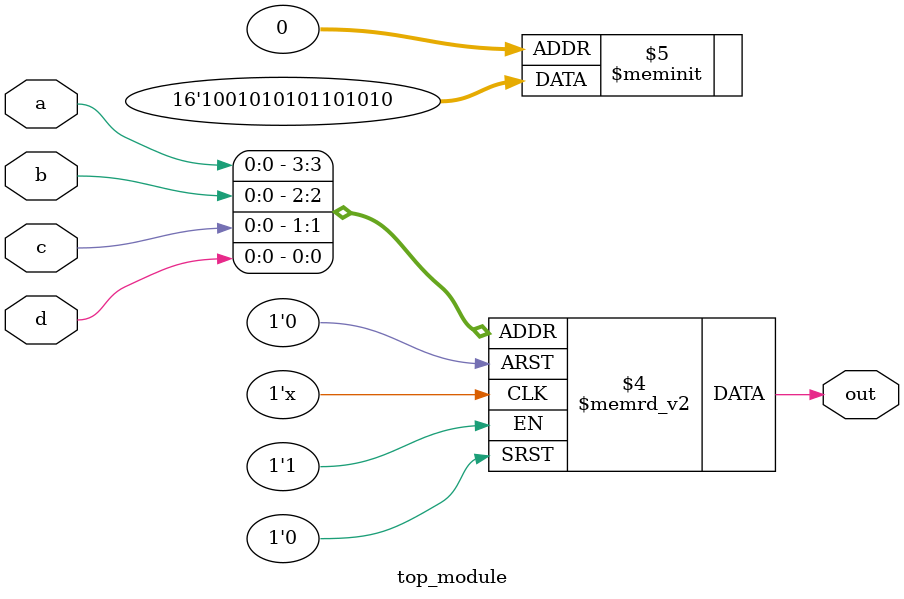
<source format=sv>
module top_module (
	input a, 
	input b,
	input c,
	input d,
	output reg out
);
	always @(*) begin
		case({a,b,c,d})
			4'b0000: out = 1'b0;
			4'b0001: out = 1'b1;
			4'b0010: out = 1'b0;
			4'b0011: out = 1'b1;
			4'b0100: out = 1'b0;
			4'b0101: out = 1'b1;
			4'b0110: out = 1'b1;
			4'b0111: out = 1'b0;
			4'b1000: out = 1'b1;
			4'b1001: out = 1'b0;
			4'b1010: out = 1'b1;
			4'b1011: out = 1'b0;
			4'b1100: out = 1'b1;
			4'b1101: out = 1'b0;
			4'b1110: out = 1'b0;
			4'b1111: out = 1'b1;
		endcase
	end
endmodule

</source>
